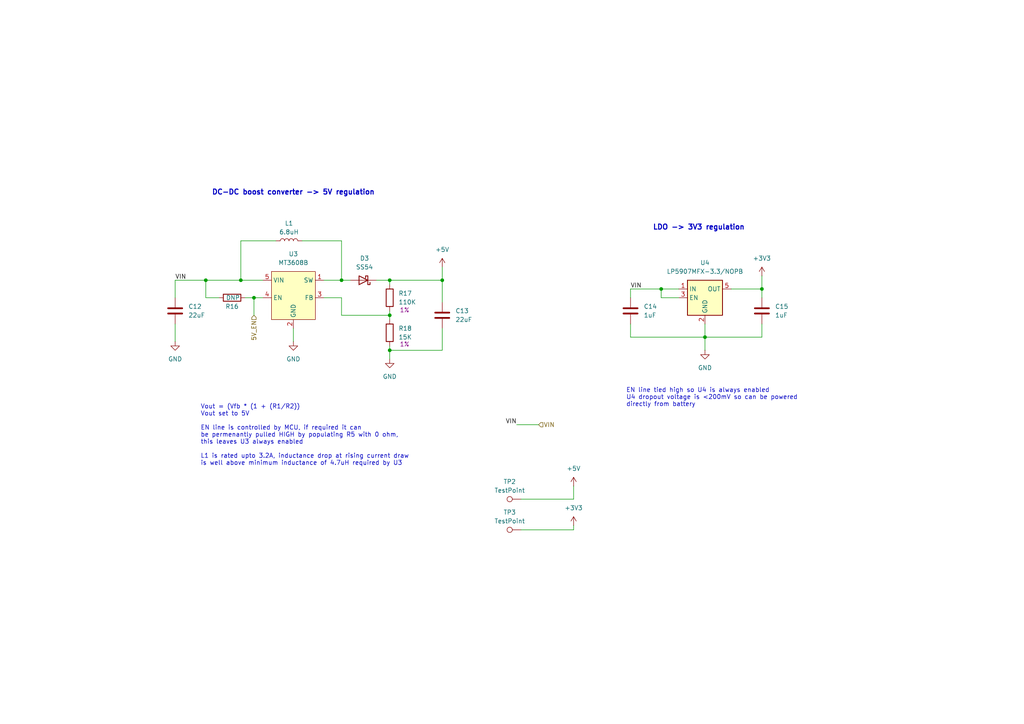
<source format=kicad_sch>
(kicad_sch (version 20231120) (generator "eeschema") (generator_version "8.0")
  (paper "A4")
  (lib_symbols
    (symbol "Connector:TestPoint" (pin_numbers hide) (pin_names (offset 0.762) hide)
      (property "Reference" "TP" (at 0 6.858 0))
      (property "Value" "TestPoint" (at 0 5.08 0))
      (symbol "TestPoint_0_1"
        (circle (center 0 3.302) (radius 0.762))
      )
      (symbol "TestPoint_1_1"
        (pin passive line (at 0 0 90) (length 2.54) (name "1") (number "1"))
      )
    )
    (symbol "Device:C" (pin_numbers hide) (pin_names (offset 0.254))
      (property "Reference" "C" (at 0.635 2.54 0))
      (property "Value" "C" (at 0.635 -2.54 0))
      (symbol "C_0_1"
        (polyline (pts (xy -2.032 -0.762) (xy 2.032 -0.762)) (stroke (width 0.508)))
        (polyline (pts (xy -2.032 0.762) (xy 2.032 0.762)) (stroke (width 0.508)))
      )
      (symbol "C_1_1"
        (pin passive line (at 0 3.81 270) (length 2.794) (name "~") (number "1"))
        (pin passive line (at 0 -3.81 90) (length 2.794) (name "~") (number "2"))
      )
    )
    (symbol "Device:L" (pin_numbers hide) (pin_names (offset 1.016) hide)
      (property "Reference" "L" (at -1.27 0 90))
      (property "Value" "L" (at 1.905 0 90))
      (symbol "L_0_1"
        (arc (start 0 -2.54) (mid 0.6323 -1.905) (end 0 -1.27))
        (arc (start 0 -1.27) (mid 0.6323 -0.635) (end 0 0))
        (arc (start 0 0) (mid 0.6323 0.635) (end 0 1.27))
        (arc (start 0 1.27) (mid 0.6323 1.905) (end 0 2.54))
      )
      (symbol "L_1_1"
        (pin passive line (at 0 3.81 270) (length 1.27) (name "1") (number "1"))
        (pin passive line (at 0 -3.81 90) (length 1.27) (name "2") (number "2"))
      )
    )
    (symbol "Device:R" (pin_numbers hide) (pin_names (offset 0))
      (property "Reference" "R" (at 2.032 0 90))
      (property "Value" "R" (at 0 0 90))
      (symbol "R_0_1"
        (rectangle (start -1.016 -2.54) (end 1.016 2.54) (stroke (width 0.254)))
      )
      (symbol "R_1_1"
        (pin passive line (at 0 3.81 270) (length 1.27) (name "~") (number "1"))
        (pin passive line (at 0 -3.81 90) (length 1.27) (name "~") (number "2"))
      )
    )
    (symbol "Diode:B240" (pin_numbers hide) (pin_names (offset 1.016) hide)
      (property "Reference" "D" (at 0 2.54 0))
      (property "Value" "B240" (at 0 -2.54 0))
      (symbol "B240_0_1"
        (polyline (pts (xy 1.27 0) (xy -1.27 0)))
        (polyline (pts (xy 1.27 1.27) (xy 1.27 -1.27) (xy -1.27 0) (xy 1.27 1.27)) (stroke (width 0.254)))
        (polyline (pts (xy -1.905 0.635) (xy -1.905 1.27) (xy -1.27 1.27) (xy -1.27 -1.27) (xy -0.635 -1.27) (xy -0.635 -0.635)) (stroke (width 0.254)))
      )
      (symbol "B240_1_1"
        (pin passive line (at -3.81 0 0) (length 2.54) (name "K") (number "1"))
        (pin passive line (at 3.81 0 180) (length 2.54) (name "A") (number "2"))
      )
    )
    (symbol "Regulator_Linear:LP5907MFX-3.3"
      (property "Reference" "U" (at -3.81 6.35 0))
      (property "Value" "LP5907MFX-3.3" (at 6.35 6.35 0))
      (symbol "LP5907MFX-3.3_0_1"
        (rectangle (start -5.08 -5.08) (end 5.08 5.08) (stroke (width 0.254)) (fill (type background)))
        (pin power_in line (at -7.62 2.54 0) (length 2.54) (name "IN") (number "1"))
        (pin power_in line (at 0 -7.62 90) (length 2.54) (name "GND") (number "2"))
        (pin input line (at -7.62 0 0) (length 2.54) (name "EN") (number "3"))
        (pin no_connect line (at 5.08 0 180) (length 2.54) hide (name "NC") (number "4"))
        (pin power_out line (at 7.62 2.54 180) (length 2.54) (name "OUT") (number "5"))
      )
    )
    (symbol "custom:MT3608B"
      (property "Reference" "U" (at 0 9.652 0))
      (property "Value" "MT3608B" (at 0 7.874 0))
      (symbol "MT3608B_1_1"
        (rectangle (start -6.35 6.35) (end 6.35 -7.62) (fill (type background)))
        (pin power_out line (at 8.89 3.81 180) (length 2.54) (name "SW") (number "1"))
        (pin power_in line (at 0 -10.16 90) (length 2.54) (name "GND") (number "2"))
        (pin input line (at 8.89 -1.27 180) (length 2.54) (name "FB") (number "3"))
        (pin input line (at -8.89 -1.27 0) (length 2.54) (name "EN") (number "4"))
        (pin power_out line (at -8.89 3.81 0) (length 2.54) (name "VIN") (number "5"))
        (pin no_connect line (at 8.89 -5.08 180) (length 2.54) hide (name "NC") (number "6"))
      )
    )
    (symbol "power:+3V3" (power) (pin_numbers hide) (pin_names (offset 0) hide)
      (property "Value" "+3V3" (at 0 3.556 0))
      (symbol "+3V3_0_1"
        (polyline (pts (xy -0.762 1.27) (xy 0 2.54)))
        (polyline (pts (xy 0 0) (xy 0 2.54)))
        (polyline (pts (xy 0 2.54) (xy 0.762 1.27)))
      )
      (symbol "+3V3_1_1"
        (pin power_in line (at 0 0 90) (length 0) (name "~") (number "1"))
      )
    )
    (symbol "power:+5V" (power) (pin_numbers hide) (pin_names (offset 0) hide)
      (property "Value" "+5V" (at 0 3.556 0))
      (symbol "+5V_0_1"
        (polyline (pts (xy -0.762 1.27) (xy 0 2.54)))
        (polyline (pts (xy 0 0) (xy 0 2.54)))
        (polyline (pts (xy 0 2.54) (xy 0.762 1.27)))
      )
      (symbol "+5V_1_1"
        (pin power_in line (at 0 0 90) (length 0) (name "~") (number "1"))
      )
    )
    (symbol "power:GND" (power) (pin_numbers hide) (pin_names (offset 0) hide)
      (property "Value" "GND" (at 0 -3.81 0))
      (symbol "GND_0_1"
        (polyline (pts (xy 0 0) (xy 0 -1.27) (xy 1.27 -1.27) (xy 0 -2.54) (xy -1.27 -1.27) (xy 0 -1.27)))
      )
      (symbol "GND_1_1"
        (pin power_in line (at 0 0 270) (length 0) (name "~") (number "1"))
      )
    )
  )
  (junction (at 128.27 81.28))
  (junction (at 220.98 83.82))
  (junction (at 191.77 83.82))
  (junction (at 99.06 81.28))
  (junction (at 59.69 81.28))
  (junction (at 69.85 81.28))
  (junction (at 113.03 101.6))
  (junction (at 204.47 97.79))
  (junction (at 73.66 86.36))
  (junction (at 113.03 91.44))
  (junction (at 113.03 81.28))
  (wire (pts (xy 191.77 83.82) (xy 191.77 86.36)))
  (wire (pts (xy 182.88 93.98) (xy 182.88 97.79)))
  (wire (pts (xy 156.21 123.19) (xy 149.86 123.19)))
  (wire (pts (xy 191.77 86.36) (xy 196.85 86.36)))
  (wire (pts (xy 191.77 83.82) (xy 196.85 83.82)))
  (wire (pts (xy 220.98 93.98) (xy 220.98 97.79)))
  (wire (pts (xy 128.27 87.63) (xy 128.27 81.28)))
  (wire (pts (xy 93.98 86.36) (xy 99.06 86.36)))
  (wire (pts (xy 73.66 86.36) (xy 73.66 91.44)))
  (wire (pts (xy 204.47 97.79) (xy 220.98 97.79)))
  (wire (pts (xy 182.88 83.82) (xy 182.88 86.36)))
  (wire (pts (xy 50.8 93.98) (xy 50.8 99.06)))
  (wire (pts (xy 113.03 100.33) (xy 113.03 101.6)))
  (wire (pts (xy 69.85 69.85) (xy 80.01 69.85)))
  (wire (pts (xy 99.06 81.28) (xy 101.6 81.28)))
  (wire (pts (xy 128.27 95.25) (xy 128.27 101.6)))
  (wire (pts (xy 182.88 97.79) (xy 204.47 97.79)))
  (wire (pts (xy 113.03 91.44) (xy 113.03 92.71)))
  (wire (pts (xy 99.06 86.36) (xy 99.06 91.44)))
  (wire (pts (xy 69.85 81.28) (xy 76.2 81.28)))
  (wire (pts (xy 128.27 81.28) (xy 113.03 81.28)))
  (wire (pts (xy 87.63 69.85) (xy 99.06 69.85)))
  (wire (pts (xy 93.98 81.28) (xy 99.06 81.28)))
  (wire (pts (xy 151.13 153.67) (xy 166.37 153.67)))
  (wire (pts (xy 166.37 140.97) (xy 166.37 144.78)))
  (wire (pts (xy 59.69 81.28) (xy 59.69 86.36)))
  (wire (pts (xy 212.09 83.82) (xy 220.98 83.82)))
  (wire (pts (xy 50.8 81.28) (xy 50.8 86.36)))
  (wire (pts (xy 109.22 81.28) (xy 113.03 81.28)))
  (wire (pts (xy 113.03 81.28) (xy 113.03 82.55)))
  (wire (pts (xy 59.69 81.28) (xy 69.85 81.28)))
  (wire (pts (xy 128.27 77.47) (xy 128.27 81.28)))
  (wire (pts (xy 151.13 144.78) (xy 166.37 144.78)))
  (wire (pts (xy 204.47 97.79) (xy 204.47 101.6)))
  (wire (pts (xy 99.06 69.85) (xy 99.06 81.28)))
  (wire (pts (xy 99.06 91.44) (xy 113.03 91.44)))
  (wire (pts (xy 73.66 86.36) (xy 76.2 86.36)))
  (wire (pts (xy 69.85 69.85) (xy 69.85 81.28)))
  (wire (pts (xy 113.03 101.6) (xy 113.03 104.14)))
  (wire (pts (xy 50.8 81.28) (xy 59.69 81.28)))
  (wire (pts (xy 220.98 83.82) (xy 220.98 86.36)))
  (wire (pts (xy 220.98 80.01) (xy 220.98 83.82)))
  (wire (pts (xy 204.47 93.98) (xy 204.47 97.79)))
  (wire (pts (xy 85.09 95.25) (xy 85.09 99.06)))
  (wire (pts (xy 71.12 86.36) (xy 73.66 86.36)))
  (wire (pts (xy 63.5 86.36) (xy 59.69 86.36)))
  (wire (pts (xy 166.37 152.4) (xy 166.37 153.67)))
  (wire (pts (xy 113.03 90.17) (xy 113.03 91.44)))
  (wire (pts (xy 182.88 83.82) (xy 191.77 83.82)))
  (wire (pts (xy 128.27 101.6) (xy 113.03 101.6)))
  (text "DC-DC boost converter -> 5V regulation" (at 85.09 55.88 0) (effects (font (size 1.47 1.47) (thickness 0.294) (bold yes))))
  (text "Vout = (Vfb * (1 + (R1/R2))\nVout set to 5V \n\nEN line is controlled by MCU, if required it can\nbe permenantly pulled HIGH by populating R5 with 0 ohm,\nthis leaves U3 always enabled\n\nL1 is rated upto 3.2A, inductance drop at rising current draw\nis well above minimum inductance of 4.7uH required by U3\n\n\n" (at 58.166 128.27 0) (effects (font (size 1.27 1.27)) (justify left)))
  (text "LDO -> 3V3 regulation" (at 202.692 66.04 0) (effects (font (size 1.47 1.47) (thickness 0.294) (bold yes))))
  (text "EN line tied high so U4 is always enabled\nU4 dropout voltage is <200mV so can be powered\ndirectly from battery" (at 181.61 115.316 0) (effects (font (size 1.27 1.27)) (justify left)))
  (label "VIN" (at 182.88 83.82 0))
  (label "VIN" (at 149.86 123.19 180))
  (label "VIN" (at 50.8 81.28 0))
  (hierarchical_label "VIN" (shape input) (at 156.21 123.19 0))
  (hierarchical_label "5V_EN" (shape input) (at 73.66 91.44 270))
  (symbol (lib_id "custom:MT3608B") (at 85.09 85.09 0) (unit 1)
    (property "Reference" "U3" (at 85.09 73.66 0))
    (property "Value" "MT3608B" (at 85.09 76.2 0))
    (property "Footprint" "Package_TO_SOT_SMD:SOT-23-6" (effects (hide yes)))
    (property "Datasheet" "https://www.lcsc.com/datasheet/lcsc_datasheet_2311081139_XI-AN-Aerosemi-Tech-MT3608B_C19189893.pdf" (effects (hide yes)))
    (property "Description" "1.2MHz current mode step-up converter " (effects (hide yes)))
  )
  (symbol (lib_id "Connector:TestPoint") (at 151.13 144.78 90) (unit 1)
    (property "Reference" "TP2" (at 147.828 139.7 90))
    (property "Value" "TestPoint" (at 147.828 142.24 90))
    (property "Footprint" "TestPoint:TestPoint_Pad_D1.0mm" (effects (hide yes)))
    (property "Description" "test point" (effects (hide yes)))
  )
  (symbol (lib_id "power:+5V") (at 128.27 77.47 0) (unit 1)
    (property "Reference" "#PWR033" (effects (hide yes)))
    (property "Value" "+5V" (at 128.27 72.39 0))
    (property "Description" "Power symbol creates a global label with name \"+5V\"" (effects (hide yes)))
  )
  (symbol (lib_id "Device:C") (at 220.98 90.17 0) (unit 1)
    (property "Reference" "C15" (at 224.79 88.8999 0) (effects (justify left)))
    (property "Value" "1uF" (at 224.79 91.4399 0) (effects (justify left)))
    (property "Footprint" "Capacitor_SMD:C_0603_1608Metric" (effects (hide yes)))
    (property "Description" "Unpolarized capacitor" (effects (hide yes)))
  )
  (symbol (lib_id "Device:R") (at 113.03 96.52 0) (unit 1)
    (property "Reference" "R18" (at 115.57 95.2499 0) (effects (justify left)))
    (property "Value" "15K" (at 115.57 97.7899 0) (effects (justify left)))
    (property "Footprint" "Resistor_SMD:R_0603_1608Metric" (effects (hide yes)))
    (property "Description" "Resistor" (effects (hide yes)))
    (property "Tolerance" "1%" (at 117.348 99.822 0))
  )
  (symbol (lib_id "power:GND") (at 85.09 99.06 0) (unit 1)
    (property "Reference" "#PWR031" (effects (hide yes)))
    (property "Value" "GND" (at 85.09 104.14 0))
    (property "Description" "Power symbol creates a global label with name \"GND\" , ground" (effects (hide yes)))
  )
  (symbol (lib_id "Device:C") (at 182.88 90.17 0) (unit 1)
    (property "Reference" "C14" (at 186.69 88.8999 0) (effects (justify left)))
    (property "Value" "1uF" (at 186.69 91.4399 0) (effects (justify left)))
    (property "Footprint" "Capacitor_SMD:C_0603_1608Metric" (effects (hide yes)))
    (property "Description" "Unpolarized capacitor" (effects (hide yes)))
  )
  (symbol (lib_id "Regulator_Linear:LP5907MFX-3.3") (at 204.47 86.36 0) (unit 1)
    (property "Reference" "U4" (at 204.47 76.2 0))
    (property "Value" "LP5907MFX-3.3/NOPB" (at 204.47 78.74 0))
    (property "Footprint" "Package_TO_SOT_SMD:SOT-23-5" (effects (hide yes)))
    (property "Datasheet" "http://www.ti.com/lit/ds/symlink/lp5907.pdf" (effects (hide yes)))
    (property "Description" "250-mA Ultra-Low-Noise Low-IQ LDO, 3.3V, SOT-23" (effects (hide yes)))
  )
  (symbol (lib_id "Diode:B240") (at 105.41 81.28 180) (unit 1)
    (property "Reference" "D3" (at 105.7275 74.93 0))
    (property "Value" "SS54" (at 105.7275 77.47 0))
    (property "Footprint" "Diode_SMD:D_SMB" (effects (hide yes)))
    (property "Datasheet" "https://www.lcsc.com/datasheet/lcsc_datasheet_2407291448_HXY-MOSFET-SS54_C5200096.pdf" (effects (hide yes)))
    (property "Description" "50V 5A Schottky Barrier Rectifier Diode, SMB" (effects (hide yes)))
  )
  (symbol (lib_id "power:+5V") (at 166.37 140.97 0) (unit 1)
    (property "Reference" "#PWR034" (effects (hide yes)))
    (property "Value" "+5V" (at 166.37 135.89 0))
    (property "Description" "Power symbol creates a global label with name \"+5V\"" (effects (hide yes)))
  )
  (symbol (lib_id "Device:R") (at 113.03 86.36 0) (unit 1)
    (property "Reference" "R17" (at 115.57 85.0899 0) (effects (justify left)))
    (property "Value" "110K" (at 115.57 87.6299 0) (effects (justify left)))
    (property "Footprint" "Resistor_SMD:R_0603_1608Metric" (effects (hide yes)))
    (property "Description" "Resistor" (effects (hide yes)))
    (property "Tolerance" "1%" (at 117.348 89.916 0))
  )
  (symbol (lib_id "Device:C") (at 128.27 91.44 0) (unit 1)
    (property "Reference" "C13" (at 132.08 90.1699 0) (effects (justify left)))
    (property "Value" "22uF" (at 132.08 92.7099 0) (effects (justify left)))
    (property "Footprint" "Capacitor_SMD:C_1206_3216Metric" (effects (hide yes)))
    (property "Description" "Unpolarized capacitor" (effects (hide yes)))
  )
  (symbol (lib_id "Device:R") (at 67.31 86.36 90) (unit 1)
    (property "Reference" "R16" (at 67.31 88.9 90))
    (property "Value" "DNP" (at 67.564 86.36 90))
    (property "Footprint" "Resistor_SMD:R_0603_1608Metric" (effects (hide yes)))
    (property "Description" "Resistor" (effects (hide yes)))
  )
  (symbol (lib_id "Device:L") (at 83.82 69.85 90) (unit 1)
    (property "Reference" "L1" (at 83.82 64.77 90))
    (property "Value" "6.8uH" (at 83.82 67.31 90))
    (property "Footprint" "Inductor_SMD:L_Sunlord_MWSA0503S" (effects (hide yes)))
    (property "Datasheet" "https://www.lcsc.com/datasheet/lcsc_datasheet_2404260921_cjiang--Changjiang-Microelectronics-Tech-FXL0530-6R8-M_C177249.pdf" (effects (hide yes)))
    (property "Description" " 3.5A 6.8uH Integrated molded inductor ±20% 4A SMD,5.2x5.4mm Power Inductors ROHS" (effects (hide yes)))
  )
  (symbol (lib_id "power:GND") (at 204.47 101.6 0) (unit 1)
    (property "Reference" "#PWR036" (effects (hide yes)))
    (property "Value" "GND" (at 204.47 106.68 0))
    (property "Description" "Power symbol creates a global label with name \"GND\" , ground" (effects (hide yes)))
  )
  (symbol (lib_id "Device:C") (at 50.8 90.17 0) (unit 1)
    (property "Reference" "C12" (at 54.61 88.8999 0) (effects (justify left)))
    (property "Value" "22uF" (at 54.61 91.4399 0) (effects (justify left)))
    (property "Footprint" "Capacitor_SMD:C_1206_3216Metric" (effects (hide yes)))
    (property "Description" "Unpolarized capacitor" (effects (hide yes)))
  )
  (symbol (lib_id "power:+3V3") (at 220.98 80.01 0) (unit 1)
    (property "Reference" "#PWR037" (effects (hide yes)))
    (property "Value" "+3V3" (at 220.98 74.93 0))
    (property "Description" "Power symbol creates a global label with name \"+3V3\"" (effects (hide yes)))
  )
  (symbol (lib_id "power:GND") (at 113.03 104.14 0) (unit 1)
    (property "Reference" "#PWR032" (effects (hide yes)))
    (property "Value" "GND" (at 113.03 109.22 0))
    (property "Description" "Power symbol creates a global label with name \"GND\" , ground" (effects (hide yes)))
  )
  (symbol (lib_id "Connector:TestPoint") (at 151.13 153.67 90) (unit 1)
    (property "Reference" "TP3" (at 147.828 148.59 90))
    (property "Value" "TestPoint" (at 147.828 151.13 90))
    (property "Footprint" "TestPoint:TestPoint_Pad_D1.0mm" (effects (hide yes)))
    (property "Description" "test point" (effects (hide yes)))
  )
  (symbol (lib_id "power:+3V3") (at 166.37 152.4 0) (unit 1)
    (property "Reference" "#PWR035" (effects (hide yes)))
    (property "Value" "+3V3" (at 166.37 147.32 0))
    (property "Description" "Power symbol creates a global label with name \"+3V3\"" (effects (hide yes)))
  )
  (symbol (lib_id "power:GND") (at 50.8 99.06 0) (unit 1)
    (property "Reference" "#PWR030" (effects (hide yes)))
    (property "Value" "GND" (at 50.8 104.14 0))
    (property "Description" "Power symbol creates a global label with name \"GND\" , ground" (effects (hide yes)))
  )
)
</source>
